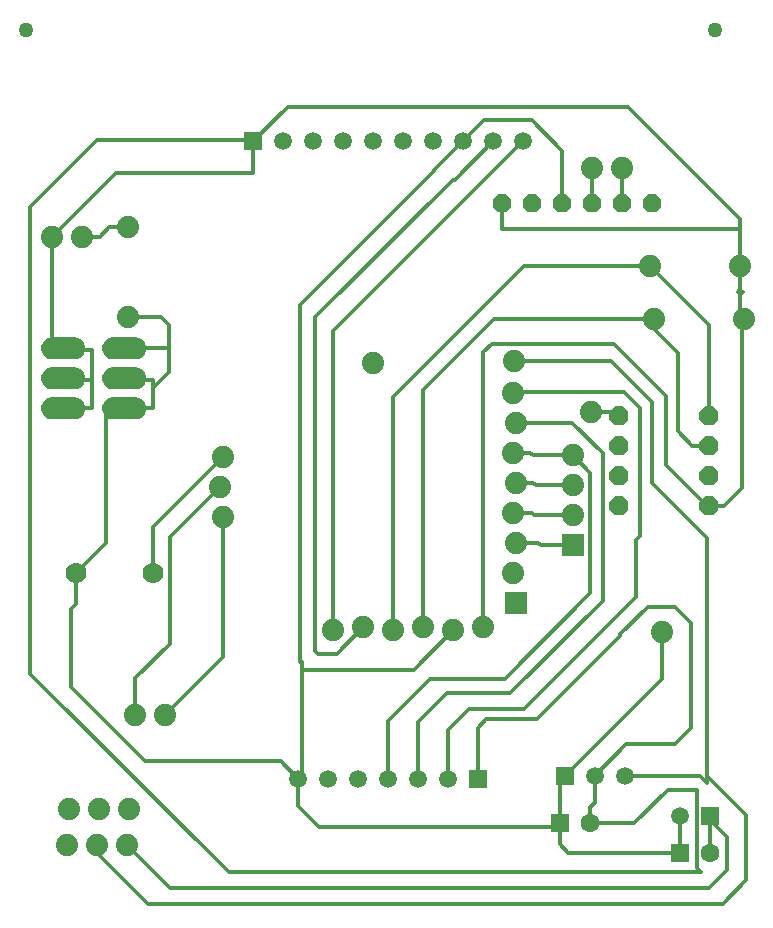
<source format=gbr>
G04 DipTrace 2.4.0.2*
%INTop.gbr*%
%MOMM*%
%ADD13C,0.35*%
%ADD14C,1.6*%
%ADD15R,1.6X1.6*%
%ADD16R,1.5X1.5*%
%ADD17C,1.5*%
%ADD18C,1.27*%
%ADD20C,1.778*%
%ADD22C,1.88*%
%FSLAX53Y53*%
G04*
G71*
G90*
G75*
G01*
%LNTop*%
%LPD*%
X43346Y47701D2*
D13*
X51549D1*
X55000Y44250D1*
Y37417D1*
X59667Y32750D1*
Y12581D1*
Y11948D1*
X59031Y12583D1*
X52707D1*
X8000Y6750D2*
Y6083D1*
X12333Y1750D1*
X61000D1*
X63000Y3750D1*
Y9247D1*
X59667Y12581D1*
X59937Y9167D2*
Y8813D1*
X61333Y7417D1*
Y4583D1*
X59833Y3083D1*
X14207D1*
X10540Y6750D1*
X59937Y9167D2*
Y6083D1*
X47397Y61083D2*
Y65520D1*
X44833Y68083D1*
X40767D1*
X39017Y66333D1*
X47230Y8583D2*
Y6783D1*
X47930Y6083D1*
X55372D1*
X57397D1*
X25047Y12333D2*
X23563Y13817D1*
X12100D1*
X5792Y20125D1*
Y26707D1*
X6250Y27165D1*
Y29750D1*
X10333Y43710D2*
X12724D1*
Y45388D1*
X14124Y46788D1*
Y48790D1*
Y50740D1*
X13424Y51440D1*
X10667D1*
X12724Y45388D2*
Y46088D1*
X10333D1*
Y46250D1*
X14124Y48790D2*
X10333D1*
X6250Y29750D2*
X8789Y32289D1*
Y43710D1*
X10333D1*
X39017Y66333D2*
X36523Y63840D1*
Y63773D1*
X25167Y52417D1*
Y22190D1*
X25344D1*
Y21583D1*
X34875D1*
X38186Y24895D1*
X47230Y8583D2*
Y12187D1*
X47627Y12583D1*
X25047Y12333D2*
Y10037D1*
X26833Y8250D1*
X46897D1*
X47230Y8583D1*
X25344Y21583D2*
Y12630D1*
X25047Y12333D1*
X49833Y43417D2*
X51833D1*
X52190Y43060D1*
X47627Y12583D2*
X55833Y20790D1*
Y24750D1*
X57397Y6083D2*
Y9167D1*
X42317Y61083D2*
Y58917D1*
X62477D1*
Y59773D1*
X53000Y69250D1*
X24153D1*
X21237Y66333D1*
X40287Y12333D2*
Y16658D1*
X40987Y17358D1*
X45275D1*
X52333Y24417D1*
Y24583D1*
X54665Y26915D1*
X56931D1*
X58333Y25513D1*
Y16660D1*
X56931Y15258D1*
X52842D1*
X50167Y12583D1*
X40726Y25149D2*
Y48465D1*
X41426Y49165D1*
X51751D1*
X56167Y44750D1*
Y38917D1*
X59643Y35440D1*
X59810D1*
X5167Y48790D2*
Y48628D1*
X7557D1*
Y46088D1*
Y43710D1*
X5167D1*
X4246Y58250D2*
Y48790D1*
X5167D1*
X21237Y66333D2*
Y63658D1*
X9654D1*
X4246Y58250D1*
X50167Y12583D2*
Y10305D1*
X49770Y9908D1*
Y8583D1*
X62477Y55750D2*
Y58917D1*
X62810Y51250D2*
X62500Y51560D1*
Y53417D1*
X62673Y53590D1*
X62302D1*
X62477Y53765D1*
Y55750D1*
X59810Y35440D2*
X61133D1*
X62667Y36974D1*
Y51250D1*
X62810D1*
X5167Y46250D2*
Y46088D1*
X7557D1*
X49770Y8583D2*
X53500D1*
X56333Y11417D1*
X58833D1*
Y4750D1*
X59167Y4417D1*
X19167D1*
X2333Y21250D1*
Y60750D1*
X8000Y66417D1*
X21153D1*
X21237Y66333D1*
X37747Y12333D2*
Y16497D1*
X39500Y18250D1*
X44167D1*
X53667Y27750D1*
Y32583D1*
X54000Y32917D1*
Y43750D1*
X52667Y45083D1*
X43296D1*
X43227Y45014D1*
X43481Y42474D2*
X48276D1*
X50833Y39917D1*
Y27417D1*
X43000Y19583D1*
X37667D1*
X35207Y17123D1*
Y12333D1*
X44097Y66333D2*
X28026Y50262D1*
Y24895D1*
X41557Y66333D2*
X38297Y63073D1*
X38157D1*
X26500Y51417D1*
Y23123D1*
X26733Y22890D1*
X28307D1*
X30566Y25149D1*
X12750Y29750D2*
Y33641D1*
X18649Y39540D1*
X59810Y43060D2*
Y50797D1*
X54857Y55750D1*
X44167D1*
X33106Y44689D1*
Y24895D1*
X52477Y61083D2*
Y64043D1*
X52437Y64083D1*
X35646Y25149D2*
Y45229D1*
X41667Y51250D1*
X55190D1*
Y50393D1*
X57167Y48417D1*
Y41766D1*
X58413Y40520D1*
X59810D1*
X49937Y61083D2*
Y64043D1*
X49897Y64083D1*
X13770Y17750D2*
X18649Y22629D1*
Y34460D1*
X11230Y17750D2*
Y20856D1*
X14164Y23790D1*
Y32770D1*
X18395Y37000D1*
X6786Y58250D2*
X8251D1*
X9061Y59060D1*
X10667D1*
X43227Y39934D2*
X44692D1*
X44900Y39727D1*
X48333D1*
X49798Y38262D1*
Y28048D1*
X42540Y20790D1*
X36207D1*
X32667Y17250D1*
Y12333D1*
X43481Y37394D2*
X44946D1*
X45154Y37187D1*
X48333D1*
Y32107D2*
X45572D1*
X45365Y32314D1*
X43481D1*
X48333Y34647D2*
X45050D1*
X44842Y34854D1*
X43227D1*
D14*
X59937Y6083D3*
D15*
X57397D3*
D14*
X49770Y8583D3*
D15*
X47230D3*
D16*
X21237Y66333D3*
D17*
X23777D3*
X26317D3*
X28857D3*
X31397D3*
X33937D3*
X36477D3*
X39017D3*
X41557D3*
X44097D3*
D16*
X40287Y12333D3*
D17*
X37747D3*
X35207D3*
X32667D3*
X30127D3*
X27587D3*
X25047D3*
D16*
X59937Y9167D3*
D17*
X57397D3*
D16*
X47627Y12583D3*
D17*
X50167D3*
X52707D3*
D18*
X2000Y75750D3*
X60333D3*
D20*
X12750Y29750D3*
X6250D3*
G36*
X51859Y42262D2*
X51392Y42730D1*
Y43391D1*
X51859Y43858D1*
X52520D1*
X52988Y43391D1*
Y42730D1*
X52520Y42262D1*
X51859D1*
G37*
G36*
Y39722D2*
X51392Y40190D1*
Y40851D1*
X51859Y41318D1*
X52520D1*
X52988Y40851D1*
Y40190D1*
X52520Y39722D1*
X51859D1*
G37*
G36*
Y37182D2*
X51392Y37649D1*
Y38310D1*
X51859Y38778D1*
X52520D1*
X52988Y38310D1*
Y37649D1*
X52520Y37182D1*
X51859D1*
G37*
G36*
Y34642D2*
X51392Y35109D1*
Y35770D1*
X51859Y36238D1*
X52520D1*
X52988Y35770D1*
Y35109D1*
X52520Y34642D1*
X51859D1*
G37*
G36*
X59480D2*
X59012Y35109D1*
Y35770D1*
X59480Y36238D1*
X60141D1*
X60608Y35770D1*
Y35109D1*
X60141Y34642D1*
X59480D1*
G37*
G36*
Y37182D2*
X59012Y37649D1*
Y38310D1*
X59480Y38778D1*
X60141D1*
X60608Y38310D1*
Y37649D1*
X60141Y37182D1*
X59480D1*
G37*
G36*
Y39722D2*
X59012Y40190D1*
Y40851D1*
X59480Y41318D1*
X60141D1*
X60608Y40851D1*
Y40190D1*
X60141Y39722D1*
X59480D1*
G37*
G36*
Y42262D2*
X59012Y42730D1*
Y43391D1*
X59480Y43858D1*
X60141D1*
X60608Y43391D1*
Y42730D1*
X60141Y42262D1*
X59480D1*
G37*
G36*
X4228Y42770D2*
X3906Y42827D1*
X3623Y42990D1*
X3413Y43239D1*
X3301Y43546D1*
Y43872D1*
X3413Y44179D1*
X3622Y44429D1*
X3905Y44593D1*
X4226Y44650D1*
X6106D1*
X6427Y44593D1*
X6710Y44430D1*
X6920Y44181D1*
X7032Y43874D1*
Y43548D1*
X6921Y43241D1*
X6711Y42991D1*
X6429Y42827D1*
X6107Y42770D1*
X4228D1*
G37*
G36*
Y45310D2*
X3906Y45367D1*
X3623Y45530D1*
X3413Y45779D1*
X3301Y46086D1*
Y46412D1*
X3413Y46719D1*
X3622Y46969D1*
X3905Y47133D1*
X4226Y47190D1*
X6106D1*
X6427Y47133D1*
X6710Y46970D1*
X6920Y46721D1*
X7032Y46414D1*
Y46088D1*
X6921Y45781D1*
X6711Y45531D1*
X6429Y45367D1*
X6107Y45310D1*
X4228D1*
G37*
G36*
Y47850D2*
X3906Y47907D1*
X3623Y48070D1*
X3413Y48319D1*
X3301Y48626D1*
Y48952D1*
X3413Y49259D1*
X3622Y49509D1*
X3905Y49673D1*
X4226Y49730D1*
X6106D1*
X6427Y49673D1*
X6710Y49510D1*
X6920Y49261D1*
X7032Y48954D1*
Y48628D1*
X6921Y48321D1*
X6711Y48071D1*
X6429Y47907D1*
X6107Y47850D1*
X4228D1*
G37*
G36*
X9394Y42770D2*
X9073Y42827D1*
X8790Y42990D1*
X8580Y43239D1*
X8468Y43546D1*
Y43872D1*
X8579Y44179D1*
X8789Y44429D1*
X9071Y44593D1*
X9393Y44650D1*
X11272D1*
X11594Y44593D1*
X11877Y44430D1*
X12087Y44181D1*
X12199Y43874D1*
Y43548D1*
X12087Y43241D1*
X11878Y42991D1*
X11595Y42827D1*
X11274Y42770D1*
X9394D1*
G37*
G36*
Y45310D2*
X9073Y45367D1*
X8790Y45530D1*
X8580Y45779D1*
X8468Y46086D1*
Y46412D1*
X8579Y46719D1*
X8789Y46969D1*
X9071Y47133D1*
X9393Y47190D1*
X11272D1*
X11594Y47133D1*
X11877Y46970D1*
X12087Y46721D1*
X12199Y46414D1*
Y46088D1*
X12087Y45781D1*
X11878Y45531D1*
X11595Y45367D1*
X11274Y45310D1*
X9394D1*
G37*
G36*
Y47850D2*
X9073Y47907D1*
X8790Y48070D1*
X8580Y48319D1*
X8468Y48626D1*
Y48952D1*
X8579Y49259D1*
X8789Y49509D1*
X9071Y49673D1*
X9393Y49730D1*
X11272D1*
X11594Y49673D1*
X11877Y49510D1*
X12087Y49261D1*
X12199Y48954D1*
Y48628D1*
X12087Y48321D1*
X11878Y48071D1*
X11595Y47907D1*
X11274Y47850D1*
X9394D1*
G37*
D22*
X11230Y17750D3*
X13770D3*
X6786Y58250D3*
X4246D3*
X10667Y51440D3*
Y59060D3*
X49897Y64083D3*
X52437D3*
G36*
X42634Y61848D2*
X43082Y61400D1*
Y60766D1*
X42634Y60318D1*
X42000D1*
X41552Y60766D1*
Y61400D1*
X42000Y61848D1*
X42634D1*
G37*
G36*
X45174D2*
X45622Y61400D1*
Y60766D1*
X45174Y60318D1*
X44540D1*
X44092Y60766D1*
Y61400D1*
X44540Y61848D1*
X45174D1*
G37*
G36*
X47714D2*
X48162Y61400D1*
Y60766D1*
X47714Y60318D1*
X47080D1*
X46632Y60766D1*
Y61400D1*
X47080Y61848D1*
X47714D1*
G37*
G36*
X50254D2*
X50702Y61400D1*
Y60766D1*
X50254Y60318D1*
X49620D1*
X49172Y60766D1*
Y61400D1*
X49620Y61848D1*
X50254D1*
G37*
G36*
X52794D2*
X53242Y61400D1*
Y60766D1*
X52794Y60318D1*
X52160D1*
X51712Y60766D1*
Y61400D1*
X52160Y61848D1*
X52794D1*
G37*
G36*
X55334D2*
X55782Y61400D1*
Y60766D1*
X55334Y60318D1*
X54700D1*
X54252Y60766D1*
Y61400D1*
X54700Y61848D1*
X55334D1*
G37*
G36*
X49273Y31167D2*
X47394D1*
Y33046D1*
X49273D1*
Y31167D1*
G37*
D22*
X48333Y34647D3*
Y37187D3*
Y39727D3*
X62810Y51250D3*
X55190D3*
X62477Y55750D3*
X54857D3*
X49833Y43417D3*
X55833Y24750D3*
X18649Y34460D3*
X18395Y37000D3*
X18649Y39540D3*
G36*
X42541Y26294D2*
X44421D1*
Y28174D1*
X42541D1*
Y26294D1*
G37*
D22*
X43227Y29774D3*
X43481Y32314D3*
X43227Y34854D3*
X43481Y37394D3*
X43227Y39934D3*
X43481Y42474D3*
X43227Y45014D3*
X43346Y47701D3*
X31376Y47520D3*
X40726Y25149D3*
X38186Y24895D3*
X35646Y25149D3*
X33106Y24895D3*
X30566Y25149D3*
X28026Y24895D3*
X10707Y9750D3*
X8167D3*
X5627D3*
X10540Y6750D3*
X8000D3*
X5460D3*
M02*

</source>
